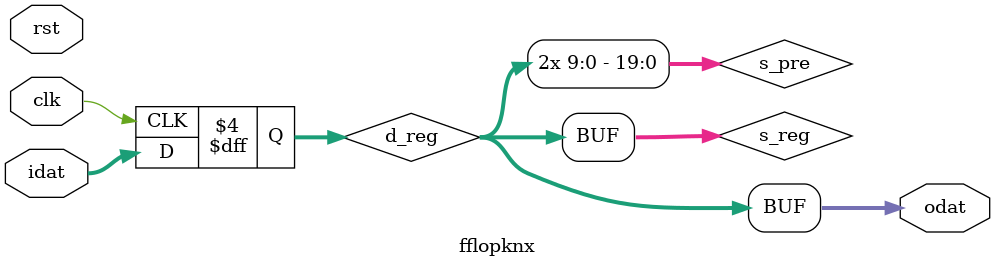
<source format=v>

module fflopknx
    (
     clk,
     rst,
     idat,
     odat
     );

////////////////////////////////////////////////////////////////////////////////
// Parameter declarations
parameter           W_B = 10;    //data width bit
parameter           K_V = 1;    //k delay value
parameter           A_R = 1;    //all register must be reset
localparam          D_V = K_V <= 1 ? 2 : K_V;
localparam          O_V = K_V <= 1 ? 1 : K_V - 1;
localparam          D_B = (D_V)*W_B;
localparam          S_B = D_B-W_B;

////////////////////////////////////////////////////////////////////////////////
// Port declarations
input               clk;
input               rst;
input [W_B-1:0]     idat;
output [W_B-1:0]    odat;
  
////////////////////////////////////////////////////////////////////////////////
// Output declarations
wire [W_B-1:0]      odat;

////////////////////////////////////////////////////////////////////////////////
// Local logic and instantiation

reg [W_B-1:0]       d_reg /* synthesis preserve */;
reg [S_B-1:0]       s_reg = {S_B{1'b0}} /* synthesis preserve */;

generate
    if (K_V == 0)
        begin: pp_s0
        always @(*) d_reg = idat;
end
    else
        begin: pp_s1
        always @(posedge clk) d_reg <= idat;
end
endgenerate

// capture registers
wire [D_B-1:0]      s_pre;
assign              s_pre = {s_reg[S_B-1:0],d_reg};
assign              odat  =  s_reg[O_V*W_B-1:(O_V-1)*W_B];

generate
    if (K_V <= 1)
        begin: off_s
        always @(*) s_reg = s_pre[S_B-1:0];
end
    else if (A_R == 0)
        begin: on_ns
        always @(posedge clk) s_reg <= s_pre[S_B-1:0];
end
    else
        begin
        always @(posedge clk) s_reg <= s_pre[S_B-1:0];
end
endgenerate


endmodule 

</source>
